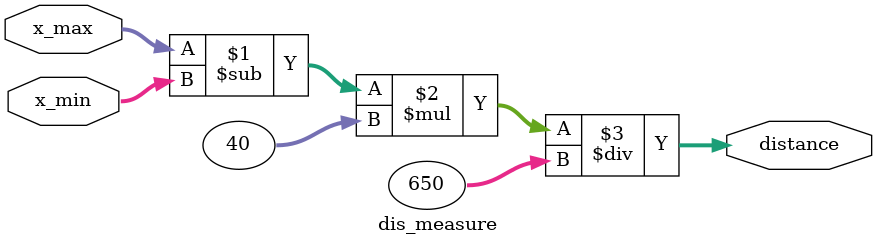
<source format=v>
module dis_measure (
input [10:0] x_max,x_min,
output[31:0] distance
);

parameter focal = 650;
//decleration
//distance / actual width = pixel width / focal distance;
assign distance = (x_max-x_min)*40/focal;


endmodule
</source>
